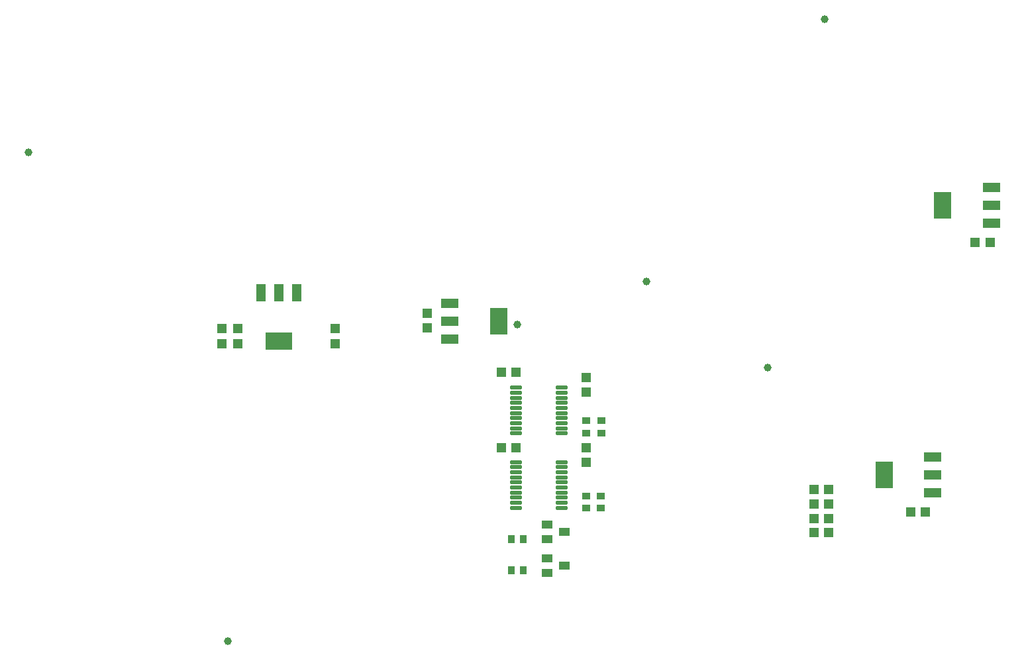
<source format=gbp>
G04*
G04 #@! TF.GenerationSoftware,Altium Limited,Altium Designer,24.5.2 (23)*
G04*
G04 Layer_Color=128*
%FSLAX25Y25*%
%MOIN*%
G70*
G04*
G04 #@! TF.SameCoordinates,C5BE965C-77EF-49D7-B31C-3167439F9788*
G04*
G04*
G04 #@! TF.FilePolarity,Positive*
G04*
G01*
G75*
%ADD16C,0.03937*%
%ADD29R,0.05118X0.04724*%
%ADD30R,0.03701X0.04016*%
%ADD31R,0.04016X0.03701*%
%ADD32R,0.04724X0.05118*%
%ADD115R,0.08661X0.04724*%
%ADD116R,0.08661X0.13780*%
G04:AMPARAMS|DCode=117|XSize=59.06mil|YSize=17.72mil|CornerRadius=1.97mil|HoleSize=0mil|Usage=FLASHONLY|Rotation=180.000|XOffset=0mil|YOffset=0mil|HoleType=Round|Shape=RoundedRectangle|*
%AMROUNDEDRECTD117*
21,1,0.05906,0.01378,0,0,180.0*
21,1,0.05512,0.01772,0,0,180.0*
1,1,0.00394,-0.02756,0.00689*
1,1,0.00394,0.02756,0.00689*
1,1,0.00394,0.02756,-0.00689*
1,1,0.00394,-0.02756,-0.00689*
%
%ADD117ROUNDEDRECTD117*%
%ADD118R,0.05512X0.03937*%
%ADD119R,0.04724X0.08661*%
%ADD120R,0.13780X0.08661*%
D16*
X416339Y328740D02*
D03*
X116142Y15748D02*
D03*
X15748Y261811D02*
D03*
X387795Y153543D02*
D03*
X326772Y196850D02*
D03*
X261811Y175197D02*
D03*
D29*
X216535Y180905D02*
D03*
Y173425D02*
D03*
X296578Y141124D02*
D03*
Y148604D02*
D03*
Y105834D02*
D03*
Y113315D02*
D03*
X113189Y173031D02*
D03*
Y165551D02*
D03*
X121063Y173031D02*
D03*
Y165551D02*
D03*
X170276Y173031D02*
D03*
Y165551D02*
D03*
D30*
X258701Y67167D02*
D03*
X264921D02*
D03*
X258701Y51444D02*
D03*
X264921D02*
D03*
D31*
X304038Y126787D02*
D03*
Y120567D02*
D03*
X296578Y126787D02*
D03*
Y120567D02*
D03*
X303829Y89018D02*
D03*
Y82798D02*
D03*
X296578Y89018D02*
D03*
Y82798D02*
D03*
D32*
X492323Y216535D02*
D03*
X499803D02*
D03*
X467321Y80760D02*
D03*
X459841D02*
D03*
X418563Y70644D02*
D03*
X411083D02*
D03*
X418563Y77618D02*
D03*
X411083D02*
D03*
X418563Y84941D02*
D03*
X411083D02*
D03*
X418563Y92100D02*
D03*
X411083D02*
D03*
X261280Y151277D02*
D03*
X253799D02*
D03*
X261280Y113189D02*
D03*
X253799D02*
D03*
D115*
X500394Y244291D02*
D03*
Y235236D02*
D03*
Y226181D02*
D03*
X470866Y90354D02*
D03*
Y99410D02*
D03*
Y108465D02*
D03*
X227953Y185827D02*
D03*
Y176772D02*
D03*
Y167717D02*
D03*
D116*
X475984Y235236D02*
D03*
X446457Y99410D02*
D03*
X252362Y176772D02*
D03*
D117*
X261221Y143405D02*
D03*
Y140847D02*
D03*
Y138287D02*
D03*
Y135728D02*
D03*
Y133169D02*
D03*
Y130610D02*
D03*
Y128051D02*
D03*
Y125492D02*
D03*
Y122933D02*
D03*
Y120374D02*
D03*
X284055D02*
D03*
Y122933D02*
D03*
Y125492D02*
D03*
Y128051D02*
D03*
Y130610D02*
D03*
Y133169D02*
D03*
Y135728D02*
D03*
Y138287D02*
D03*
Y140847D02*
D03*
Y143405D02*
D03*
X261221Y106004D02*
D03*
Y103445D02*
D03*
Y100886D02*
D03*
Y98327D02*
D03*
Y95768D02*
D03*
Y93209D02*
D03*
Y90650D02*
D03*
Y88091D02*
D03*
Y85532D02*
D03*
Y82973D02*
D03*
X284055D02*
D03*
Y85532D02*
D03*
Y88091D02*
D03*
Y90650D02*
D03*
Y93209D02*
D03*
Y95768D02*
D03*
Y98327D02*
D03*
Y100886D02*
D03*
Y103445D02*
D03*
Y106004D02*
D03*
D118*
X276772Y50046D02*
D03*
Y57526D02*
D03*
X285433Y53786D02*
D03*
X276772Y67126D02*
D03*
Y74606D02*
D03*
X285433Y70866D02*
D03*
D119*
X132677Y191339D02*
D03*
X141732D02*
D03*
X150787D02*
D03*
D120*
X141732Y166929D02*
D03*
M02*

</source>
